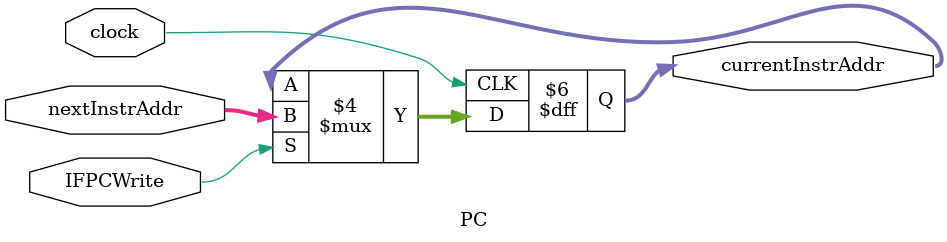
<source format=v>
module PC ( nextInstrAddr, clock, currentInstrAddr, IFPCWrite );
    input       [31:0]  nextInstrAddr;
    input               clock, IFPCWrite;
    output reg  [31:0]  currentInstrAddr;

    initial
        currentInstrAddr = -4;

    always @ (posedge clock)
        if  ( IFPCWrite )
            currentInstrAddr = nextInstrAddr;
        else
            ;
endmodule
</source>
